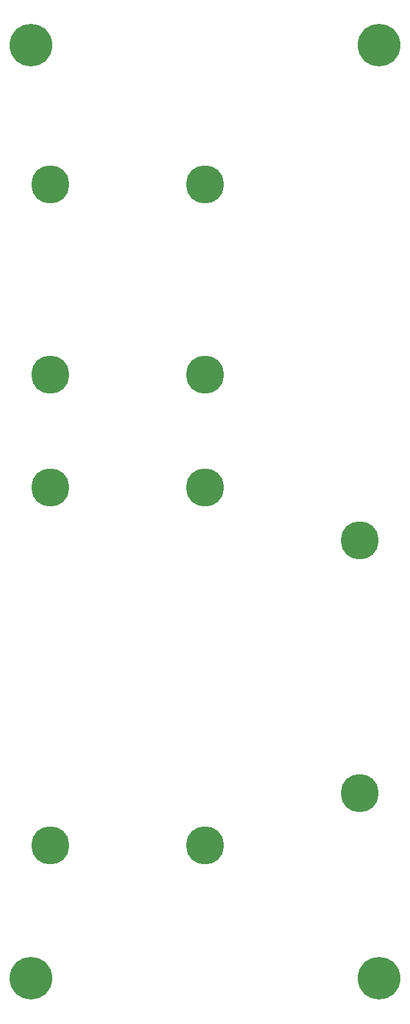
<source format=gbs>
G04 #@! TF.GenerationSoftware,KiCad,Pcbnew,(6.0.9-0)*
G04 #@! TF.CreationDate,2023-02-07T08:35:36+01:00*
G04 #@! TF.ProjectId,fp_da20_panel,66705f64-6132-4305-9f70-616e656c2e6b,A*
G04 #@! TF.SameCoordinates,Original*
G04 #@! TF.FileFunction,Soldermask,Bot*
G04 #@! TF.FilePolarity,Negative*
%FSLAX46Y46*%
G04 Gerber Fmt 4.6, Leading zero omitted, Abs format (unit mm)*
G04 Created by KiCad (PCBNEW (6.0.9-0)) date 2023-02-07 08:35:36*
%MOMM*%
%LPD*%
G01*
G04 APERTURE LIST*
%ADD10C,5.600000*%
%ADD11C,5.000000*%
G04 APERTURE END LIST*
D10*
X109220000Y-40350000D03*
X63500000Y-40350000D03*
X109220000Y-162850000D03*
D11*
X86360000Y-83620000D03*
X86360000Y-58620000D03*
D10*
X63500000Y-162850000D03*
D11*
X66040000Y-145420000D03*
X66040000Y-98420000D03*
X106680000Y-138520000D03*
X106680000Y-105320000D03*
X86360000Y-145420000D03*
X86360000Y-98420000D03*
X66040000Y-58620000D03*
X66040000Y-83620000D03*
M02*

</source>
